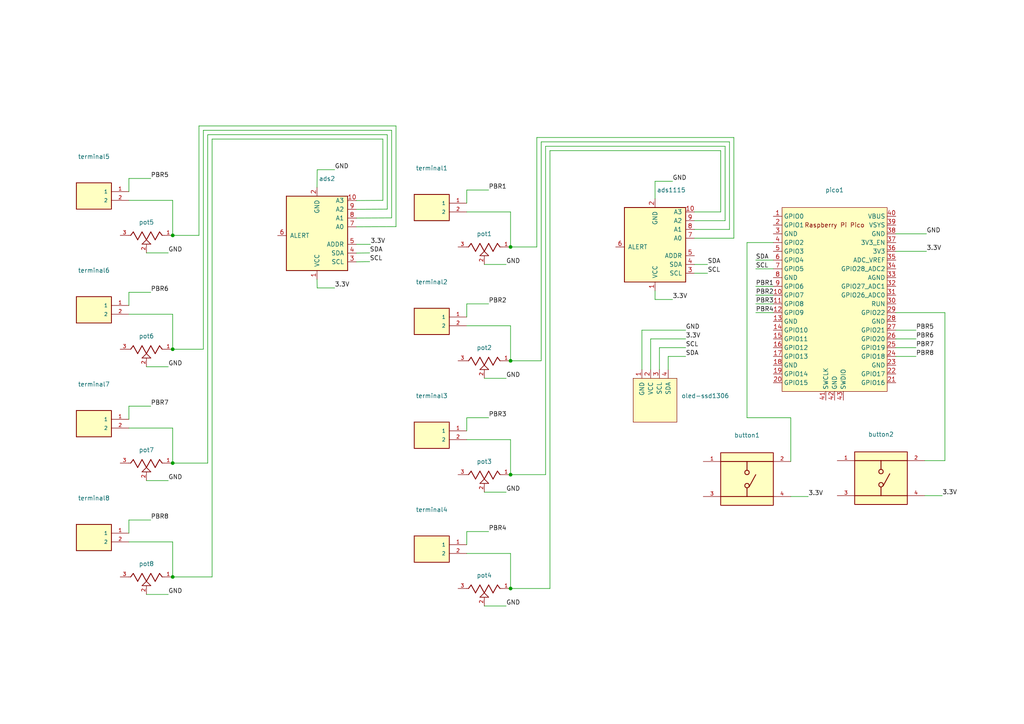
<source format=kicad_sch>
(kicad_sch (version 20211123) (generator eeschema)
  (paper "A4")
  (lib_symbols
    (symbol "Charleslabs_Parts:ADS1115_ADC_Module" (pin_names (offset 1.016))
      (property "Reference" "A" (at -8.89 11.43 0))
      (property "Value" "ADS1115_ADC_Module" (at 12.7 11.43 0))
      (symbol "ADS1115_ADC_Module_0_1"
        (rectangle (start -8.89 10.16) (end 8.89 -11.43) (stroke (width 0.254)) (fill (type background)))
      )
      (symbol "ADS1115_ADC_Module_1_1"
        (pin power_in line (at 0 12.7 270) (length 2.54) (name "VCC") (number "1"))
        (pin input line (at -11.43 -10.16 0) (length 2.54) (name "A3") (number "10"))
        (pin power_in line (at 0 -13.97 90) (length 2.54) (name "GND") (number "2"))
        (pin input line (at -11.43 7.62 0) (length 2.54) (name "SCL") (number "3"))
        (pin bidirectional line (at -11.43 5.08 0) (length 2.54) (name "SDA") (number "4"))
        (pin input line (at -11.43 2.54 0) (length 2.54) (name "ADDR") (number "5"))
        (pin output line (at 11.43 0 180) (length 2.54) (name "ALERT") (number "6"))
        (pin input line (at -11.43 -2.54 0) (length 2.54) (name "A0") (number "7"))
        (pin input line (at -11.43 -5.08 0) (length 2.54) (name "A1") (number "8"))
        (pin input line (at -11.43 -7.62 0) (length 2.54) (name "A2") (number "9"))
      )
    )
    (symbol "MCU_RaspberryPi_and_Boards:Pico"
      (property "Reference" "U" (at -13.97 27.94 0))
      (property "Value" "Pico" (at 0 19.05 0))
      (symbol "Pico_0_0"
        (text "Raspberry Pi Pico" (at 0 21.59 0) (effects (font (size 1.27 1.27))))
      )
      (symbol "Pico_0_1"
        (rectangle (start -15.24 26.67) (end 15.24 -26.67) (fill (type background)))
      )
      (symbol "Pico_1_1"
        (pin bidirectional line (at -17.78 24.13 0) (length 2.54) (name "GPIO0") (number "1"))
        (pin bidirectional line (at -17.78 1.27 0) (length 2.54) (name "GPIO7") (number "10"))
        (pin bidirectional line (at -17.78 -1.27 0) (length 2.54) (name "GPIO8") (number "11"))
        (pin bidirectional line (at -17.78 -3.81 0) (length 2.54) (name "GPIO9") (number "12"))
        (pin power_in line (at -17.78 -6.35 0) (length 2.54) (name "GND") (number "13"))
        (pin bidirectional line (at -17.78 -8.89 0) (length 2.54) (name "GPIO10") (number "14"))
        (pin bidirectional line (at -17.78 -11.43 0) (length 2.54) (name "GPIO11") (number "15"))
        (pin bidirectional line (at -17.78 -13.97 0) (length 2.54) (name "GPIO12") (number "16"))
        (pin bidirectional line (at -17.78 -16.51 0) (length 2.54) (name "GPIO13") (number "17"))
        (pin power_in line (at -17.78 -19.05 0) (length 2.54) (name "GND") (number "18"))
        (pin bidirectional line (at -17.78 -21.59 0) (length 2.54) (name "GPIO14") (number "19"))
        (pin bidirectional line (at -17.78 21.59 0) (length 2.54) (name "GPIO1") (number "2"))
        (pin bidirectional line (at -17.78 -24.13 0) (length 2.54) (name "GPIO15") (number "20"))
        (pin bidirectional line (at 17.78 -24.13 180) (length 2.54) (name "GPIO16") (number "21"))
        (pin bidirectional line (at 17.78 -21.59 180) (length 2.54) (name "GPIO17") (number "22"))
        (pin power_in line (at 17.78 -19.05 180) (length 2.54) (name "GND") (number "23"))
        (pin bidirectional line (at 17.78 -16.51 180) (length 2.54) (name "GPIO18") (number "24"))
        (pin bidirectional line (at 17.78 -13.97 180) (length 2.54) (name "GPIO19") (number "25"))
        (pin bidirectional line (at 17.78 -11.43 180) (length 2.54) (name "GPIO20") (number "26"))
        (pin bidirectional line (at 17.78 -8.89 180) (length 2.54) (name "GPIO21") (number "27"))
        (pin power_in line (at 17.78 -6.35 180) (length 2.54) (name "GND") (number "28"))
        (pin bidirectional line (at 17.78 -3.81 180) (length 2.54) (name "GPIO22") (number "29"))
        (pin power_in line (at -17.78 19.05 0) (length 2.54) (name "GND") (number "3"))
        (pin input line (at 17.78 -1.27 180) (length 2.54) (name "RUN") (number "30"))
        (pin bidirectional line (at 17.78 1.27 180) (length 2.54) (name "GPIO26_ADC0") (number "31"))
        (pin bidirectional line (at 17.78 3.81 180) (length 2.54) (name "GPIO27_ADC1") (number "32"))
        (pin power_in line (at 17.78 6.35 180) (length 2.54) (name "AGND") (number "33"))
        (pin bidirectional line (at 17.78 8.89 180) (length 2.54) (name "GPIO28_ADC2") (number "34"))
        (pin power_in line (at 17.78 11.43 180) (length 2.54) (name "ADC_VREF") (number "35"))
        (pin power_in line (at 17.78 13.97 180) (length 2.54) (name "3V3") (number "36"))
        (pin input line (at 17.78 16.51 180) (length 2.54) (name "3V3_EN") (number "37"))
        (pin bidirectional line (at 17.78 19.05 180) (length 2.54) (name "GND") (number "38"))
        (pin power_in line (at 17.78 21.59 180) (length 2.54) (name "VSYS") (number "39"))
        (pin bidirectional line (at -17.78 16.51 0) (length 2.54) (name "GPIO2") (number "4"))
        (pin power_in line (at 17.78 24.13 180) (length 2.54) (name "VBUS") (number "40"))
        (pin input line (at -2.54 -29.21 90) (length 2.54) (name "SWCLK") (number "41"))
        (pin power_in line (at 0 -29.21 90) (length 2.54) (name "GND") (number "42"))
        (pin bidirectional line (at 2.54 -29.21 90) (length 2.54) (name "SWDIO") (number "43"))
        (pin bidirectional line (at -17.78 13.97 0) (length 2.54) (name "GPIO3") (number "5"))
        (pin bidirectional line (at -17.78 11.43 0) (length 2.54) (name "GPIO4") (number "6"))
        (pin bidirectional line (at -17.78 8.89 0) (length 2.54) (name "GPIO5") (number "7"))
        (pin power_in line (at -17.78 6.35 0) (length 2.54) (name "GND") (number "8"))
        (pin bidirectional line (at -17.78 3.81 0) (length 2.54) (name "GPIO6") (number "9"))
      )
    )
    (symbol "PT01-B120D-A104:PT01-B120D-A104" (pin_names (offset 1.016))
      (property "Reference" "R" (at -7.62 10.16 0))
      (property "Value" "PT01-B120D-A104" (at -7.62 -5.08 0))
      (property "Footprint" "PT01-B120D-A104:TRIM_PT01-B120D-A104" (at 0 -10.16 0))
      (symbol "PT01-B120D-A104_0_0"
        (polyline (pts (xy -4.572 0) (xy -5.08 0)) (stroke (width 0.1524)))
        (polyline (pts (xy -3.81 -1.016) (xy -4.572 0)) (stroke (width 0.254)))
        (polyline (pts (xy -2.54 1.27) (xy -3.81 -1.016)) (stroke (width 0.254)))
        (polyline (pts (xy -1.27 -1.016) (xy -2.54 1.27)) (stroke (width 0.254)))
        (polyline (pts (xy -1.27 2.54) (xy 1.27 2.54)) (stroke (width 0.2032)))
        (polyline (pts (xy 0 1.27) (xy -1.27 -1.016)) (stroke (width 0.254)))
        (polyline (pts (xy 0 1.27) (xy -1.27 2.54)) (stroke (width 0.2032)))
        (polyline (pts (xy 1.27 -1.016) (xy 0 1.27)) (stroke (width 0.254)))
        (polyline (pts (xy 1.27 2.54) (xy 0 1.27)) (stroke (width 0.2032)))
        (polyline (pts (xy 2.54 1.27) (xy 1.27 -1.016)) (stroke (width 0.254)))
        (polyline (pts (xy 3.81 -1.016) (xy 2.54 1.27)) (stroke (width 0.254)))
        (polyline (pts (xy 4.572 0) (xy 3.81 -1.016)) (stroke (width 0.254)))
        (polyline (pts (xy 5.08 0) (xy 4.572 0)) (stroke (width 0.1524)))
        (pin passive line (at -7.62 0 0) (length 2.54) (name "~") (number "1"))
        (pin passive line (at 0 5.08 270) (length 2.54) (name "~") (number "2"))
        (pin passive line (at 7.62 0 180) (length 2.54) (name "~") (number "3"))
      )
    )
    (symbol "SSD1306-128x64_OLED:SSD1306" (pin_names (offset 1.016))
      (property "Reference" "Brd" (at 0 -3.81 0))
      (property "Value" "SSD1306" (at 0 -1.27 0))
      (symbol "SSD1306_0_1"
        (rectangle (start -6.35 6.35) (end 6.35 -6.35) (fill (type background)))
      )
      (symbol "SSD1306_1_1"
        (pin input line (at -3.81 8.89 270) (length 2.54) (name "GND") (number "1"))
        (pin input line (at -1.27 8.89 270) (length 2.54) (name "VCC") (number "2"))
        (pin input line (at 1.27 8.89 270) (length 2.54) (name "SCL") (number "3"))
        (pin input line (at 3.81 8.89 270) (length 2.54) (name "SDA") (number "4"))
      )
    )
    (symbol "TB002-500-02BE:TB002-500-02BE" (pin_names (offset 1.016))
      (property "Reference" "J" (at -5.58 5.08 0))
      (property "Value" "TB002-500-02BE" (at -5.08 -5.08 0))
      (property "Footprint" "TB002-500-02BE:CUI_TB002-500-02BE" (at 1.27 -7.62 0))
      (symbol "TB002-500-02BE_0_0"
        (rectangle (start -5.08 -2.54) (end 5.08 5.08) (stroke (width 0.254)) (fill (type background)))
        (pin passive line (at -10.16 2.54 0) (length 5.08) (name "1") (number "1"))
        (pin passive line (at -10.16 0 0) (length 5.08) (name "2") (number "2"))
      )
    )
    (symbol "TS02-66-120-BK-160-LCR-D:TS02-66-120-BK-160-LCR-D" (pin_names (offset 1.016))
      (property "Reference" "S" (at -7.62 8.382 0))
      (property "Value" "TS02-66-120-BK-160-LCR-D" (at -7.62 -8.382 0))
      (symbol "TS02-66-120-BK-160-LCR-D_0_0"
        (rectangle (start -7.62 -7.62) (end 7.62 7.62) (stroke (width 0.254)) (fill (type background)))
        (circle (center 0 -1.905) (radius 0.635) (stroke (width 0.254)))
        (polyline (pts (xy 0 -5.08) (xy -7.62 -5.08)) (stroke (width 0.254)))
        (polyline (pts (xy 0 -5.08) (xy 7.62 -5.08)) (stroke (width 0.254)))
        (polyline (pts (xy 0 -2.54) (xy 0 -5.08)) (stroke (width 0.254)))
        (polyline (pts (xy 0 5.08) (xy -7.62 5.08)) (stroke (width 0.254)))
        (polyline (pts (xy 0 5.08) (xy 0 2.54)) (stroke (width 0.254)))
        (polyline (pts (xy 0 5.08) (xy 7.62 5.08)) (stroke (width 0.254)))
        (polyline (pts (xy 0.635 -2.2225) (xy 2.54 1.27)) (stroke (width 0.254)))
        (circle (center 0 1.905) (radius 0.635) (stroke (width 0.254)))
        (pin passive line (at -12.7 5.08 0) (length 5.08) (name "~") (number "1"))
        (pin passive line (at 12.7 5.08 180) (length 5.08) (name "~") (number "2"))
        (pin passive line (at -12.7 -5.08 0) (length 5.08) (name "~") (number "3"))
        (pin passive line (at 12.7 -5.08 180) (length 5.08) (name "~") (number "4"))
      )
    )
  )
  (junction (at 148.082 104.648))
  (junction (at 50.0888 167.3352))
  (junction (at 50.0888 101.2952))
  (junction (at 148.082 137.668))
  (junction (at 50.0888 134.3152))
  (junction (at 148.082 170.688))
  (junction (at 148.082 71.628))
  (junction (at 50.0888 68.2752))
  (wire (pts (xy 103.378 73.406) (xy 107.2388 73.3552)))
  (wire (pts (xy 135.382 55.118) (xy 141.732 55.118)))
  (wire (pts (xy 37.3888 58.1152) (xy 50.0888 58.1152)))
  (wire (pts (xy 148.082 61.468) (xy 148.082 71.628)))
  (wire (pts (xy 37.3888 91.1352) (xy 50.0888 91.1352)))
  (wire (pts (xy 42.4688 172.4152) (xy 48.8188 172.4152)))
  (wire (pts (xy 140.462 76.708) (xy 146.812 76.708)))
  (wire (pts (xy 37.3888 150.8252) (xy 43.7388 150.8252)))
  (wire (pts (xy 148.082 170.688) (xy 159.512 170.688)))
  (wire (pts (xy 135.382 94.488) (xy 148.082 94.488)))
  (wire (pts (xy 211.582 41.148) (xy 211.582 66.548)))
  (wire (pts (xy 135.382 91.948) (xy 135.382 88.138)))
  (wire (pts (xy 114.8588 36.5252) (xy 57.7088 36.5252)))
  (wire (pts (xy 111.0488 58.1152) (xy 103.378 58.166)))
  (wire (pts (xy 274.066 90.678) (xy 274.066 133.604)))
  (wire (pts (xy 135.382 124.968) (xy 135.382 121.158)))
  (wire (pts (xy 111.0488 40.3352) (xy 111.0488 58.1152)))
  (wire (pts (xy 50.0888 91.1352) (xy 50.0888 101.2952)))
  (wire (pts (xy 259.842 72.898) (xy 268.732 72.898)))
  (wire (pts (xy 148.082 71.628) (xy 155.702 71.628)))
  (wire (pts (xy 159.512 170.688) (xy 159.512 43.688)))
  (wire (pts (xy 140.462 142.748) (xy 146.812 142.748)))
  (wire (pts (xy 219.202 88.138) (xy 224.282 88.138)))
  (wire (pts (xy 259.842 90.678) (xy 274.066 90.678)))
  (wire (pts (xy 50.0888 58.1152) (xy 50.0888 68.2752)))
  (wire (pts (xy 50.0888 68.2752) (xy 57.7088 68.2752)))
  (wire (pts (xy 58.9788 101.2952) (xy 58.9788 37.7952)))
  (wire (pts (xy 50.0888 167.3352) (xy 61.5188 167.3352)))
  (wire (pts (xy 159.512 43.688) (xy 209.042 43.688)))
  (wire (pts (xy 155.702 39.878) (xy 155.702 71.628)))
  (wire (pts (xy 188.722 98.298) (xy 198.882 98.298)))
  (wire (pts (xy 201.422 69.088) (xy 212.852 69.088)))
  (wire (pts (xy 148.082 127.508) (xy 148.082 137.668)))
  (wire (pts (xy 189.992 84.328) (xy 189.992 86.868)))
  (wire (pts (xy 91.9988 49.2252) (xy 97.0788 49.2252)))
  (wire (pts (xy 91.9988 83.5152) (xy 97.0788 83.5152)))
  (wire (pts (xy 219.202 83.058) (xy 224.282 83.058)))
  (wire (pts (xy 259.842 67.818) (xy 268.732 67.818)))
  (wire (pts (xy 37.3888 124.1552) (xy 50.0888 124.1552)))
  (wire (pts (xy 135.382 88.138) (xy 141.732 88.138)))
  (wire (pts (xy 189.992 52.578) (xy 195.072 52.578)))
  (wire (pts (xy 219.202 85.598) (xy 224.282 85.598)))
  (wire (pts (xy 201.422 79.248) (xy 205.232 79.248)))
  (wire (pts (xy 114.8588 65.7352) (xy 114.8588 36.5252)))
  (wire (pts (xy 210.312 42.418) (xy 210.312 64.008)))
  (wire (pts (xy 148.082 94.488) (xy 148.082 104.648)))
  (wire (pts (xy 209.042 61.468) (xy 201.422 61.468)))
  (wire (pts (xy 156.972 41.148) (xy 211.582 41.148)))
  (wire (pts (xy 60.2488 134.3152) (xy 60.2488 39.0652)))
  (wire (pts (xy 259.842 103.378) (xy 265.684 103.378)))
  (wire (pts (xy 259.842 95.758) (xy 265.684 95.758)))
  (wire (pts (xy 42.4688 73.3552) (xy 48.8188 73.3552)))
  (wire (pts (xy 216.662 121.158) (xy 229.362 121.158)))
  (wire (pts (xy 212.852 69.088) (xy 212.852 39.878)))
  (wire (pts (xy 50.0888 124.1552) (xy 50.0888 134.3152)))
  (wire (pts (xy 229.362 121.158) (xy 229.362 133.858)))
  (wire (pts (xy 37.3888 55.5752) (xy 37.3888 51.7652)))
  (wire (pts (xy 113.5888 63.1952) (xy 103.378 63.246)))
  (wire (pts (xy 209.042 43.688) (xy 209.042 61.468)))
  (wire (pts (xy 112.3188 60.6552) (xy 103.378 60.706)))
  (wire (pts (xy 135.382 154.178) (xy 141.732 154.178)))
  (wire (pts (xy 58.9788 37.7952) (xy 113.5888 37.7952)))
  (wire (pts (xy 219.202 77.978) (xy 224.282 77.978)))
  (wire (pts (xy 42.4688 139.3952) (xy 48.8188 139.3952)))
  (wire (pts (xy 50.0888 134.3152) (xy 60.2488 134.3152)))
  (wire (pts (xy 186.182 95.758) (xy 198.882 95.758)))
  (wire (pts (xy 148.082 104.648) (xy 156.972 104.648)))
  (wire (pts (xy 148.082 137.668) (xy 158.242 137.668)))
  (wire (pts (xy 189.992 57.658) (xy 189.992 52.578)))
  (wire (pts (xy 274.066 133.604) (xy 268.224 133.604)))
  (wire (pts (xy 191.262 100.838) (xy 198.882 100.838)))
  (wire (pts (xy 103.378 65.786) (xy 114.8588 65.7352)))
  (wire (pts (xy 140.462 175.768) (xy 146.812 175.768)))
  (wire (pts (xy 259.842 100.838) (xy 265.684 100.838)))
  (wire (pts (xy 212.852 39.878) (xy 155.702 39.878)))
  (wire (pts (xy 135.382 58.928) (xy 135.382 55.118)))
  (wire (pts (xy 50.0888 101.2952) (xy 58.9788 101.2952)))
  (wire (pts (xy 188.722 107.188) (xy 188.722 98.298)))
  (wire (pts (xy 219.202 90.678) (xy 224.282 90.678)))
  (wire (pts (xy 158.242 137.668) (xy 158.242 42.418)))
  (wire (pts (xy 91.948 54.356) (xy 91.9988 49.2252)))
  (wire (pts (xy 135.382 157.988) (xy 135.382 154.178)))
  (wire (pts (xy 37.3888 154.6352) (xy 37.3888 150.8252)))
  (wire (pts (xy 113.5888 37.7952) (xy 113.5888 63.1952)))
  (wire (pts (xy 210.312 64.008) (xy 201.422 64.008)))
  (wire (pts (xy 148.082 160.528) (xy 148.082 170.688)))
  (wire (pts (xy 140.462 109.728) (xy 146.812 109.728)))
  (wire (pts (xy 37.3888 121.6152) (xy 37.3888 117.8052)))
  (wire (pts (xy 91.948 81.026) (xy 91.9988 83.5152)))
  (wire (pts (xy 219.202 75.438) (xy 224.282 75.438)))
  (wire (pts (xy 135.382 160.528) (xy 148.082 160.528)))
  (wire (pts (xy 193.802 103.378) (xy 198.882 103.378)))
  (wire (pts (xy 37.3888 117.8052) (xy 43.7388 117.8052)))
  (wire (pts (xy 201.422 76.708) (xy 205.232 76.708)))
  (wire (pts (xy 42.4688 106.3752) (xy 48.8188 106.3752)))
  (wire (pts (xy 60.2488 39.0652) (xy 112.3188 39.0652)))
  (wire (pts (xy 193.802 107.188) (xy 193.802 103.378)))
  (wire (pts (xy 37.3888 157.1752) (xy 50.0888 157.1752)))
  (wire (pts (xy 37.3888 88.5952) (xy 37.3888 84.7852)))
  (wire (pts (xy 158.242 42.418) (xy 210.312 42.418)))
  (wire (pts (xy 229.362 144.018) (xy 234.442 144.018)))
  (wire (pts (xy 191.262 107.188) (xy 191.262 100.838)))
  (wire (pts (xy 37.3888 84.7852) (xy 43.7388 84.7852)))
  (wire (pts (xy 259.842 98.298) (xy 265.684 98.298)))
  (wire (pts (xy 103.378 70.866) (xy 107.442 70.866)))
  (wire (pts (xy 135.382 121.158) (xy 141.732 121.158)))
  (wire (pts (xy 135.382 127.508) (xy 148.082 127.508)))
  (wire (pts (xy 50.0888 157.1752) (xy 50.0888 167.3352)))
  (wire (pts (xy 37.3888 51.7652) (xy 43.7388 51.7652)))
  (wire (pts (xy 57.7088 36.5252) (xy 57.7088 68.2752)))
  (wire (pts (xy 112.3188 39.0652) (xy 112.3188 60.6552)))
  (wire (pts (xy 216.662 121.158) (xy 216.662 70.358)))
  (wire (pts (xy 268.224 143.764) (xy 273.304 143.764)))
  (wire (pts (xy 61.5188 167.3352) (xy 61.5188 40.3352)))
  (wire (pts (xy 211.582 66.548) (xy 201.422 66.548)))
  (wire (pts (xy 189.992 86.868) (xy 195.072 86.868)))
  (wire (pts (xy 61.5188 40.3352) (xy 111.0488 40.3352)))
  (wire (pts (xy 135.382 61.468) (xy 148.082 61.468)))
  (wire (pts (xy 216.662 70.358) (xy 224.282 70.358)))
  (wire (pts (xy 156.972 104.648) (xy 156.972 41.148)))
  (wire (pts (xy 103.378 75.946) (xy 107.2388 75.8952)))
  (wire (pts (xy 186.182 95.758) (xy 186.182 107.188)))
  (label "GND" (at 146.812 175.768 0))
  (label "PBR7" (at 265.684 100.838 0))
  (label "PBR2" (at 219.202 85.598 0))
  (label "GND" (at 195.072 52.578 0))
  (label "SCL" (at 219.202 77.978 0))
  (label "PBR1" (at 219.202 83.058 0))
  (label "PBR7" (at 43.7388 117.8052 0))
  (label "PBR6" (at 43.7388 84.7852 0))
  (label "PBR8" (at 43.7388 150.8252 0))
  (label "3.3V" (at 234.442 144.018 0))
  (label "3.3V" (at 273.304 143.764 0))
  (label "GND" (at 48.8188 73.3552 0))
  (label "PBR5" (at 43.7388 51.7652 0))
  (label "SDA" (at 107.2388 73.3552 0))
  (label "3.3V" (at 268.732 72.898 0))
  (label "SCL" (at 198.882 100.838 0))
  (label "GND" (at 268.732 67.818 0))
  (label "3.3V" (at 107.442 70.866 0))
  (label "GND" (at 97.0788 49.2252 0))
  (label "GND" (at 48.8188 172.4152 0))
  (label "GND" (at 48.8188 106.3752 0))
  (label "SDA" (at 205.232 76.708 0))
  (label "PBR4" (at 219.202 90.678 0))
  (label "PBR3" (at 219.202 88.138 0))
  (label "3.3V" (at 198.882 98.298 0))
  (label "PBR1" (at 141.732 55.118 0))
  (label "GND" (at 198.882 95.758 0))
  (label "3.3V" (at 195.072 86.868 0))
  (label "GND" (at 146.812 142.748 0))
  (label "PBR3" (at 141.732 121.158 0))
  (label "SCL" (at 205.232 79.248 0))
  (label "PBR6" (at 265.684 98.298 0))
  (label "GND" (at 48.8188 139.3952 0))
  (label "PBR8" (at 265.684 103.378 0))
  (label "PBR2" (at 141.732 88.138 0))
  (label "SDA" (at 198.882 103.378 0))
  (label "3.3V" (at 97.0788 83.5152 0))
  (label "GND" (at 146.812 76.708 0))
  (label "PBR5" (at 265.684 95.758 0))
  (label "GND" (at 146.812 109.728 0))
  (label "PBR4" (at 141.732 154.178 0))
  (label "SDA" (at 219.202 75.438 0))
  (label "SCL" (at 107.2388 75.8952 0))
  (symbol (lib_id "TB002-500-02BE:TB002-500-02BE") (at 27.2288 124.1552 0) (mirror y) (unit 1)
    (property "Reference" "terminal7" (at 27.2288 111.4552 0))
    (property "Value" "TB002-500-02BE" (effects hide))
    (property "Footprint" "TB002-500-02BE:CUI_TB002-500-02BE" (effects hide))
    (property "MANUFACTURER" "CUI" (effects hide))
  )
  (symbol (lib_id "TB002-500-02BE:TB002-500-02BE") (at 27.2288 91.1352 0) (mirror y) (unit 1)
    (property "Reference" "terminal6" (at 27.2288 78.4352 0))
    (property "Value" "TB002-500-02BE" (effects hide))
    (property "Footprint" "TB002-500-02BE:CUI_TB002-500-02BE" (effects hide))
    (property "MANUFACTURER" "CUI" (effects hide))
  )
  (symbol (lib_id "PT01-B120D-A104:PT01-B120D-A104") (at 42.4688 134.3152 180) (unit 1)
    (property "Reference" "pot7" (at 42.4688 130.5052 0))
    (property "Value" "PT01-B120D-A104" (effects hide))
    (property "Footprint" "PT01-B120D-A104:TRIM_PT01-B120D-A104" (effects hide))
    (property "STANDARD" "Manufacturer Recommendations" (effects hide))
    (property "MANUFACTURER" "CUI Devices" (effects hide))
    (property "PARTREV" "1.0" (effects hide))
    (property "MAXIMUM_PACKAGE_HEIGHT" "15.5 mm" (effects hide))
  )
  (symbol (lib_id "TB002-500-02BE:TB002-500-02BE") (at 125.222 94.488 0) (mirror y) (unit 1)
    (property "Reference" "terminal2" (at 125.222 81.788 0))
    (property "Value" "TB002-500-02BE" (effects hide))
    (property "Footprint" "TB002-500-02BE:CUI_TB002-500-02BE" (effects hide))
    (property "MANUFACTURER" "CUI" (effects hide))
  )
  (symbol (lib_id "TS02-66-120-BK-160-LCR-D:TS02-66-120-BK-160-LCR-D") (at 216.662 138.938 0) (unit 1)
    (property "Reference" "button1" (at 216.662 126.238 0))
    (property "Value" "TS02-66-120-BK-160-LCR-D" (effects hide))
    (property "Footprint" "TS02-66-120-BK-160-LCR-D:SW_TS02-66-120-BK-160-LCR-D" (effects hide))
    (property "STANDARD" "Manufacturer Recommendations" (effects hide))
    (property "MANUFACTURER" "CUI Devices" (effects hide))
    (property "PARTREV" "1.0" (effects hide))
  )
  (symbol (lib_id "SSD1306-128x64_OLED:SSD1306") (at 189.992 116.078 0) (unit 1)
    (property "Reference" "oled-ssd1306" (at 197.612 114.8079 0) (effects (justify left)))
    (property "Value" "SSD1306" (effects hide))
    (property "Footprint" "SSD1306:128x64OLED" (effects hide))
  )
  (symbol (lib_id "TB002-500-02BE:TB002-500-02BE") (at 125.222 160.528 0) (mirror y) (unit 1)
    (property "Reference" "terminal4" (at 125.222 147.828 0))
    (property "Value" "TB002-500-02BE" (effects hide))
    (property "Footprint" "TB002-500-02BE:CUI_TB002-500-02BE" (effects hide))
    (property "MANUFACTURER" "CUI" (effects hide))
  )
  (symbol (lib_id "PT01-B120D-A104:PT01-B120D-A104") (at 42.4688 101.2952 180) (unit 1)
    (property "Reference" "pot6" (at 42.4688 97.4852 0))
    (property "Value" "PT01-B120D-A104" (effects hide))
    (property "Footprint" "PT01-B120D-A104:TRIM_PT01-B120D-A104" (effects hide))
    (property "STANDARD" "Manufacturer Recommendations" (effects hide))
    (property "MANUFACTURER" "CUI Devices" (effects hide))
    (property "PARTREV" "1.0" (effects hide))
    (property "MAXIMUM_PACKAGE_HEIGHT" "15.5 mm" (effects hide))
  )
  (symbol (lib_id "PT01-B120D-A104:PT01-B120D-A104") (at 140.462 104.648 180) (unit 1)
    (property "Reference" "pot2" (at 140.462 100.838 0))
    (property "Value" "PT01-B120D-A104" (effects hide))
    (property "Footprint" "PT01-B120D-A104:TRIM_PT01-B120D-A104" (effects hide))
    (property "STANDARD" "Manufacturer Recommendations" (effects hide))
    (property "MANUFACTURER" "CUI Devices" (effects hide))
    (property "PARTREV" "1.0" (effects hide))
    (property "MAXIMUM_PACKAGE_HEIGHT" "15.5 mm" (effects hide))
  )
  (symbol (lib_id "TB002-500-02BE:TB002-500-02BE") (at 125.222 61.468 0) (mirror y) (unit 1)
    (property "Reference" "terminal1" (at 125.222 48.768 0))
    (property "Value" "TB002-500-02BE" (effects hide))
    (property "Footprint" "TB002-500-02BE:CUI_TB002-500-02BE" (effects hide))
    (property "MANUFACTURER" "CUI" (effects hide))
  )
  (symbol (lib_id "PT01-B120D-A104:PT01-B120D-A104") (at 140.462 170.688 180) (unit 1)
    (property "Reference" "pot4" (at 140.462 166.878 0))
    (property "Value" "PT01-B120D-A104" (effects hide))
    (property "Footprint" "PT01-B120D-A104:TRIM_PT01-B120D-A104" (effects hide))
    (property "STANDARD" "Manufacturer Recommendations" (effects hide))
    (property "MANUFACTURER" "CUI Devices" (effects hide))
    (property "PARTREV" "1.0" (effects hide))
    (property "MAXIMUM_PACKAGE_HEIGHT" "15.5 mm" (effects hide))
  )
  (symbol (lib_id "PT01-B120D-A104:PT01-B120D-A104") (at 42.4688 167.3352 180) (unit 1)
    (property "Reference" "pot8" (at 42.4688 163.5252 0))
    (property "Value" "PT01-B120D-A104" (effects hide))
    (property "Footprint" "PT01-B120D-A104:TRIM_PT01-B120D-A104" (effects hide))
    (property "STANDARD" "Manufacturer Recommendations" (effects hide))
    (property "MANUFACTURER" "CUI Devices" (effects hide))
    (property "PARTREV" "1.0" (effects hide))
    (property "MAXIMUM_PACKAGE_HEIGHT" "15.5 mm" (effects hide))
  )
  (symbol (lib_id "TB002-500-02BE:TB002-500-02BE") (at 125.222 127.508 0) (mirror y) (unit 1)
    (property "Reference" "terminal3" (at 125.222 114.808 0))
    (property "Value" "TB002-500-02BE" (effects hide))
    (property "Footprint" "TB002-500-02BE:CUI_TB002-500-02BE" (effects hide))
    (property "MANUFACTURER" "CUI" (effects hide))
  )
  (symbol (lib_id "Charleslabs_Parts:ADS1115_ADC_Module") (at 91.948 68.326 180) (unit 1)
    (property "Reference" "ads2" (at 92.4686 51.816 0) (effects (justify right)))
    (property "Value" "ADS1115_ADC_Module" (effects hide))
    (property "Footprint" "Charleslabs_Parts:ADC1115_ADC_Module" (effects hide))
  )
  (symbol (lib_id "PT01-B120D-A104:PT01-B120D-A104") (at 140.462 71.628 180) (unit 1)
    (property "Reference" "pot1" (at 140.462 67.818 0))
    (property "Value" "PT01-B120D-A104" (effects hide))
    (property "Footprint" "PT01-B120D-A104:TRIM_PT01-B120D-A104" (effects hide))
    (property "STANDARD" "Manufacturer Recommendations" (effects hide))
    (property "MANUFACTURER" "CUI Devices" (effects hide))
    (property "PARTREV" "1.0" (effects hide))
    (property "MAXIMUM_PACKAGE_HEIGHT" "15.5 mm" (effects hide))
  )
  (symbol (lib_id "TS02-66-120-BK-160-LCR-D:TS02-66-120-BK-160-LCR-D") (at 255.524 138.684 0) (unit 1)
    (property "Reference" "button2" (at 255.524 125.984 0))
    (property "Value" "TS02-66-120-BK-160-LCR-D" (effects hide))
    (property "Footprint" "TS02-66-120-BK-160-LCR-D:SW_TS02-66-120-BK-160-LCR-D" (effects hide))
    (property "STANDARD" "Manufacturer Recommendations" (effects hide))
    (property "MANUFACTURER" "CUI Devices" (effects hide))
    (property "PARTREV" "1.0" (effects hide))
  )
  (symbol (lib_id "MCU_RaspberryPi_and_Boards:Pico") (at 242.062 86.868 0) (unit 1)
    (property "Reference" "pico1" (at 242.062 55.118 0))
    (property "Value" "Pico" (effects hide))
    (property "Footprint" "MCU_RaspberryPi_and_Boards:RPi_Pico_SMD_TH" (effects hide))
  )
  (symbol (lib_id "PT01-B120D-A104:PT01-B120D-A104") (at 42.4688 68.2752 180) (unit 1)
    (property "Reference" "pot5" (at 42.4688 64.4652 0))
    (property "Value" "PT01-B120D-A104" (effects hide))
    (property "Footprint" "PT01-B120D-A104:TRIM_PT01-B120D-A104" (effects hide))
    (property "STANDARD" "Manufacturer Recommendations" (effects hide))
    (property "MANUFACTURER" "CUI Devices" (effects hide))
    (property "PARTREV" "1.0" (effects hide))
    (property "MAXIMUM_PACKAGE_HEIGHT" "15.5 mm" (effects hide))
  )
  (symbol (lib_id "Charleslabs_Parts:ADS1115_ADC_Module") (at 189.992 71.628 180) (unit 1)
    (property "Reference" "ads1115" (at 190.5126 55.118 0) (effects (justify right)))
    (property "Value" "ADS1115_ADC_Module" (effects hide))
    (property "Footprint" "Charleslabs_Parts:ADC1115_ADC_Module" (effects hide))
  )
  (symbol (lib_id "TB002-500-02BE:TB002-500-02BE") (at 27.2288 157.1752 0) (mirror y) (unit 1)
    (property "Reference" "terminal8" (at 27.2288 144.4752 0))
    (property "Value" "TB002-500-02BE" (effects hide))
    (property "Footprint" "TB002-500-02BE:CUI_TB002-500-02BE" (effects hide))
    (property "MANUFACTURER" "CUI" (effects hide))
  )
  (symbol (lib_id "PT01-B120D-A104:PT01-B120D-A104") (at 140.462 137.668 180) (unit 1)
    (property "Reference" "pot3" (at 140.462 133.858 0))
    (property "Value" "PT01-B120D-A104" (effects hide))
    (property "Footprint" "PT01-B120D-A104:TRIM_PT01-B120D-A104" (effects hide))
    (property "STANDARD" "Manufacturer Recommendations" (effects hide))
    (property "MANUFACTURER" "CUI Devices" (effects hide))
    (property "PARTREV" "1.0" (effects hide))
    (property "MAXIMUM_PACKAGE_HEIGHT" "15.5 mm" (effects hide))
  )
  (symbol (lib_id "TB002-500-02BE:TB002-500-02BE") (at 27.2288 58.1152 0) (mirror y) (unit 1)
    (property "Reference" "terminal5" (at 27.2288 45.4152 0))
    (property "Value" "TB002-500-02BE" (effects hide))
    (property "Footprint" "TB002-500-02BE:CUI_TB002-500-02BE" (effects hide))
    (property "MANUFACTURER" "CUI" (effects hide))
  )
)
</source>
